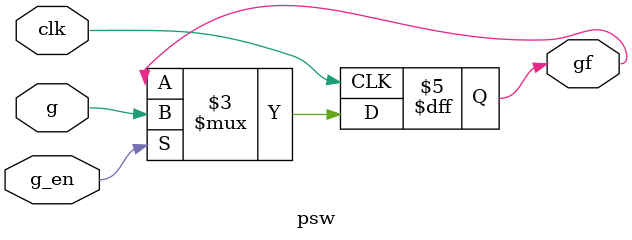
<source format=v>
module psw (
    input clk, g, g_en,
    output reg gf
);


initial begin
    gf = 1'b0;
end


always @(negedge clk) begin
    if (g_en)
        gf <= g; 
end

endmodule

</source>
